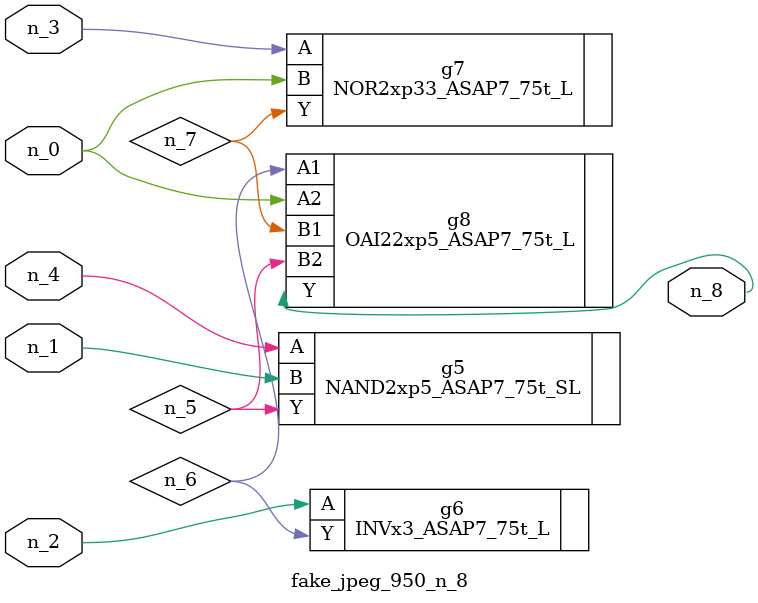
<source format=v>
module fake_jpeg_950_n_8 (n_3, n_2, n_1, n_0, n_4, n_8);

input n_3;
input n_2;
input n_1;
input n_0;
input n_4;

output n_8;

wire n_6;
wire n_5;
wire n_7;

NAND2xp5_ASAP7_75t_SL g5 ( 
.A(n_4),
.B(n_1),
.Y(n_5)
);

INVx3_ASAP7_75t_L g6 ( 
.A(n_2),
.Y(n_6)
);

NOR2xp33_ASAP7_75t_L g7 ( 
.A(n_3),
.B(n_0),
.Y(n_7)
);

OAI22xp5_ASAP7_75t_L g8 ( 
.A1(n_6),
.A2(n_0),
.B1(n_7),
.B2(n_5),
.Y(n_8)
);


endmodule
</source>
